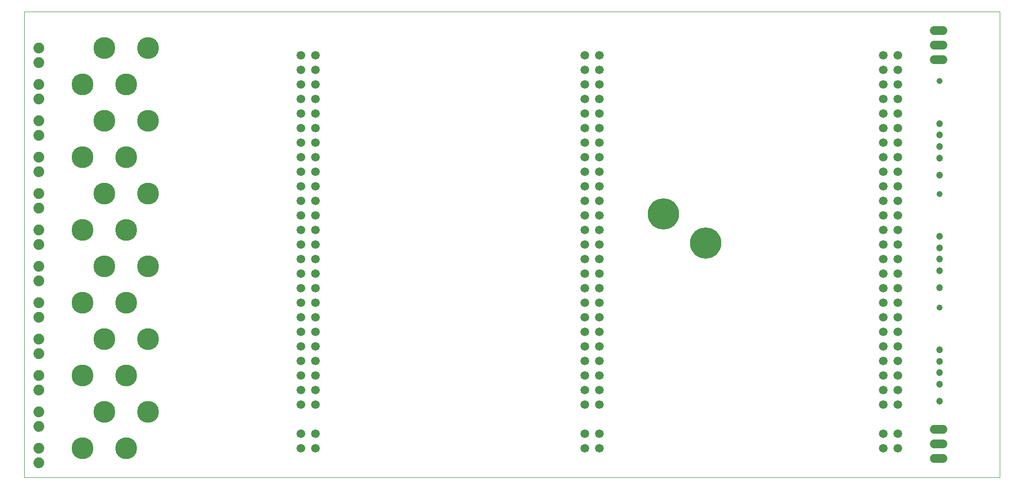
<source format=gbs>
G75*
%MOIN*%
%OFA0B0*%
%FSLAX25Y25*%
%IPPOS*%
%LPD*%
%AMOC8*
5,1,8,0,0,1.08239X$1,22.5*
%
%ADD10C,0.00000*%
%ADD11C,0.07400*%
%ADD12C,0.05906*%
%ADD13C,0.15024*%
%ADD14C,0.21500*%
%ADD15C,0.04134*%
%ADD16C,0.04724*%
%ADD17C,0.06000*%
D10*
X0003000Y0004250D02*
X0003000Y0324250D01*
X0673000Y0324250D01*
X0673000Y0004250D01*
X0003000Y0004250D01*
D11*
X0013000Y0014250D03*
X0013000Y0024250D03*
X0013000Y0039250D03*
X0013000Y0049250D03*
X0013000Y0064250D03*
X0013000Y0074250D03*
X0013000Y0089250D03*
X0013000Y0099250D03*
X0013000Y0114250D03*
X0013000Y0124250D03*
X0013000Y0139250D03*
X0013000Y0149250D03*
X0013000Y0164250D03*
X0013000Y0174250D03*
X0013000Y0189250D03*
X0013000Y0199250D03*
X0013000Y0214250D03*
X0013000Y0224250D03*
X0013000Y0239250D03*
X0013000Y0249250D03*
X0013000Y0264250D03*
X0013000Y0274250D03*
X0013000Y0289250D03*
X0013000Y0299250D03*
D12*
X0193000Y0294250D03*
X0203000Y0294250D03*
X0203000Y0284250D03*
X0193000Y0284250D03*
X0193000Y0274250D03*
X0203000Y0274250D03*
X0203000Y0264250D03*
X0193000Y0264250D03*
X0193000Y0254250D03*
X0203000Y0254250D03*
X0203000Y0244250D03*
X0193000Y0244250D03*
X0193000Y0234250D03*
X0203000Y0234250D03*
X0203000Y0224250D03*
X0193000Y0224250D03*
X0193000Y0214250D03*
X0203000Y0214250D03*
X0203000Y0204250D03*
X0193000Y0204250D03*
X0193000Y0194250D03*
X0203000Y0194250D03*
X0203000Y0184250D03*
X0193000Y0184250D03*
X0193000Y0174250D03*
X0203000Y0174250D03*
X0203000Y0164250D03*
X0193000Y0164250D03*
X0193000Y0154250D03*
X0203000Y0154250D03*
X0203000Y0144250D03*
X0193000Y0144250D03*
X0193000Y0134250D03*
X0203000Y0134250D03*
X0203000Y0124250D03*
X0193000Y0124250D03*
X0193000Y0114250D03*
X0203000Y0114250D03*
X0203000Y0104250D03*
X0193000Y0104250D03*
X0193000Y0094250D03*
X0203000Y0094250D03*
X0203000Y0084250D03*
X0193000Y0084250D03*
X0193000Y0074250D03*
X0203000Y0074250D03*
X0203000Y0064250D03*
X0193000Y0064250D03*
X0193000Y0054250D03*
X0203000Y0054250D03*
X0203000Y0034250D03*
X0193000Y0034250D03*
X0193000Y0024250D03*
X0203000Y0024250D03*
X0388000Y0024250D03*
X0398000Y0024250D03*
X0398000Y0034250D03*
X0388000Y0034250D03*
X0388000Y0054250D03*
X0398000Y0054250D03*
X0398000Y0064250D03*
X0388000Y0064250D03*
X0388000Y0074250D03*
X0398000Y0074250D03*
X0398000Y0084250D03*
X0388000Y0084250D03*
X0388000Y0094250D03*
X0398000Y0094250D03*
X0398000Y0104250D03*
X0388000Y0104250D03*
X0388000Y0114250D03*
X0398000Y0114250D03*
X0398000Y0124250D03*
X0388000Y0124250D03*
X0388000Y0134250D03*
X0398000Y0134250D03*
X0398000Y0144250D03*
X0388000Y0144250D03*
X0388000Y0154250D03*
X0398000Y0154250D03*
X0398000Y0164250D03*
X0388000Y0164250D03*
X0388000Y0174250D03*
X0398000Y0174250D03*
X0398000Y0184250D03*
X0388000Y0184250D03*
X0388000Y0194250D03*
X0398000Y0194250D03*
X0398000Y0204250D03*
X0388000Y0204250D03*
X0388000Y0214250D03*
X0398000Y0214250D03*
X0398000Y0224250D03*
X0388000Y0224250D03*
X0388000Y0234250D03*
X0398000Y0234250D03*
X0398000Y0244250D03*
X0388000Y0244250D03*
X0388000Y0254250D03*
X0398000Y0254250D03*
X0398000Y0264250D03*
X0388000Y0264250D03*
X0388000Y0274250D03*
X0398000Y0274250D03*
X0398000Y0284250D03*
X0388000Y0284250D03*
X0388000Y0294250D03*
X0398000Y0294250D03*
X0593000Y0294250D03*
X0603000Y0294250D03*
X0603000Y0284250D03*
X0593000Y0284250D03*
X0593000Y0274250D03*
X0603000Y0274250D03*
X0603000Y0264250D03*
X0593000Y0264250D03*
X0593000Y0254250D03*
X0603000Y0254250D03*
X0603000Y0244250D03*
X0593000Y0244250D03*
X0593000Y0234250D03*
X0603000Y0234250D03*
X0603000Y0224250D03*
X0593000Y0224250D03*
X0593000Y0214250D03*
X0603000Y0214250D03*
X0603000Y0204250D03*
X0593000Y0204250D03*
X0593000Y0194250D03*
X0603000Y0194250D03*
X0603000Y0184250D03*
X0593000Y0184250D03*
X0593000Y0174250D03*
X0603000Y0174250D03*
X0603000Y0164250D03*
X0593000Y0164250D03*
X0593000Y0154250D03*
X0603000Y0154250D03*
X0603000Y0144250D03*
X0593000Y0144250D03*
X0593000Y0134250D03*
X0603000Y0134250D03*
X0603000Y0124250D03*
X0593000Y0124250D03*
X0593000Y0114250D03*
X0603000Y0114250D03*
X0603000Y0104250D03*
X0593000Y0104250D03*
X0593000Y0094250D03*
X0603000Y0094250D03*
X0603000Y0084250D03*
X0593000Y0084250D03*
X0593000Y0074250D03*
X0603000Y0074250D03*
X0603000Y0064250D03*
X0593000Y0064250D03*
X0593000Y0054250D03*
X0603000Y0054250D03*
X0603000Y0034250D03*
X0593000Y0034250D03*
X0593000Y0024250D03*
X0603000Y0024250D03*
D13*
X0088000Y0049250D03*
X0058000Y0049250D03*
X0043000Y0074250D03*
X0073000Y0074250D03*
X0058000Y0099250D03*
X0088000Y0099250D03*
X0073000Y0124250D03*
X0043000Y0124250D03*
X0058000Y0149250D03*
X0088000Y0149250D03*
X0073000Y0174250D03*
X0043000Y0174250D03*
X0058000Y0199250D03*
X0088000Y0199250D03*
X0073000Y0224250D03*
X0043000Y0224250D03*
X0058000Y0249250D03*
X0088000Y0249250D03*
X0073000Y0274250D03*
X0043000Y0274250D03*
X0058000Y0299250D03*
X0088000Y0299250D03*
X0073000Y0024250D03*
X0043000Y0024250D03*
D14*
X0442000Y0185250D03*
X0471000Y0165250D03*
D15*
X0631524Y0198994D03*
X0631524Y0276494D03*
X0631524Y0120994D03*
D16*
X0631524Y0134427D03*
X0631524Y0146238D03*
X0631524Y0154112D03*
X0631524Y0161986D03*
X0631524Y0169860D03*
X0631524Y0211927D03*
X0631524Y0223738D03*
X0631524Y0231612D03*
X0631524Y0239486D03*
X0631524Y0247360D03*
X0631524Y0091860D03*
X0631524Y0083986D03*
X0631524Y0076112D03*
X0631524Y0068238D03*
X0631524Y0056427D03*
D17*
X0634000Y0037250D02*
X0628000Y0037250D01*
X0628000Y0027250D02*
X0634000Y0027250D01*
X0634000Y0017250D02*
X0628000Y0017250D01*
X0628000Y0291250D02*
X0634000Y0291250D01*
X0634000Y0301250D02*
X0628000Y0301250D01*
X0628000Y0311250D02*
X0634000Y0311250D01*
M02*

</source>
